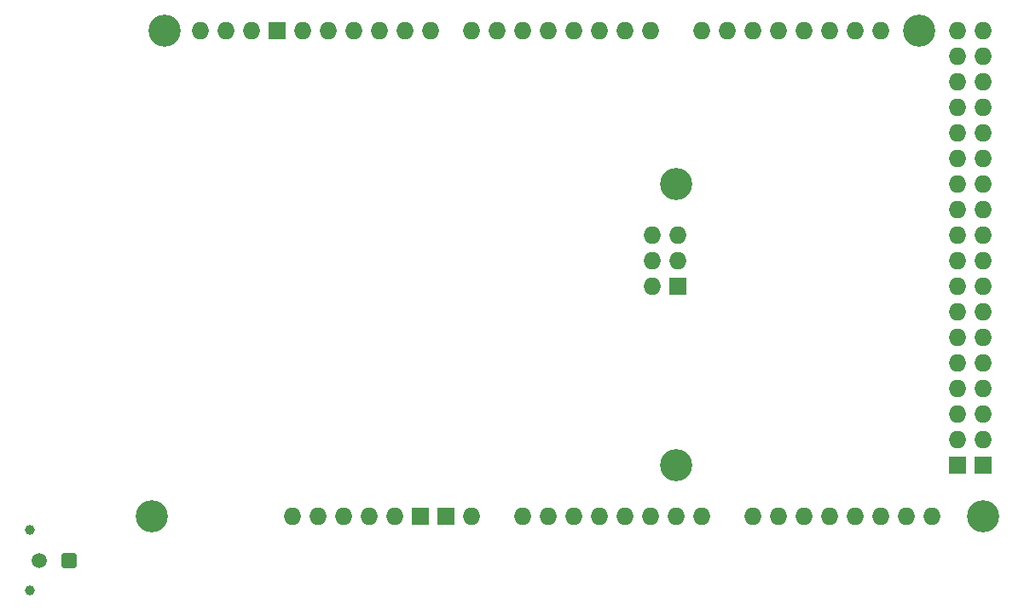
<source format=gbs>
%TF.GenerationSoftware,KiCad,Pcbnew,7.0.7*%
%TF.CreationDate,2024-02-25T13:02:43-05:00*%
%TF.ProjectId,Rover Voltage Sense,526f7665-7220-4566-9f6c-746167652053,rev?*%
%TF.SameCoordinates,Original*%
%TF.FileFunction,Soldermask,Bot*%
%TF.FilePolarity,Negative*%
%FSLAX46Y46*%
G04 Gerber Fmt 4.6, Leading zero omitted, Abs format (unit mm)*
G04 Created by KiCad (PCBNEW 7.0.7) date 2024-02-25 13:02:43*
%MOMM*%
%LPD*%
G01*
G04 APERTURE LIST*
G04 Aperture macros list*
%AMRoundRect*
0 Rectangle with rounded corners*
0 $1 Rounding radius*
0 $2 $3 $4 $5 $6 $7 $8 $9 X,Y pos of 4 corners*
0 Add a 4 corners polygon primitive as box body*
4,1,4,$2,$3,$4,$5,$6,$7,$8,$9,$2,$3,0*
0 Add four circle primitives for the rounded corners*
1,1,$1+$1,$2,$3*
1,1,$1+$1,$4,$5*
1,1,$1+$1,$6,$7*
1,1,$1+$1,$8,$9*
0 Add four rect primitives between the rounded corners*
20,1,$1+$1,$2,$3,$4,$5,0*
20,1,$1+$1,$4,$5,$6,$7,0*
20,1,$1+$1,$6,$7,$8,$9,0*
20,1,$1+$1,$8,$9,$2,$3,0*%
G04 Aperture macros list end*
%ADD10C,3.200000*%
%ADD11O,1.727200X1.727200*%
%ADD12R,1.727200X1.727200*%
%ADD13C,1.000000*%
%ADD14RoundRect,0.250001X-0.499999X0.499999X-0.499999X-0.499999X0.499999X-0.499999X0.499999X0.499999X0*%
%ADD15C,1.500000*%
G04 APERTURE END LIST*
D10*
%TO.C,A1*%
X46990000Y-76200000D03*
X48260000Y-27940000D03*
D11*
X60960000Y-76200000D03*
D10*
X99060000Y-43180000D03*
X99060000Y-71120000D03*
X123190000Y-27940000D03*
X129540000Y-76200000D03*
D11*
X68580000Y-76200000D03*
X71120000Y-76200000D03*
X99187000Y-48260000D03*
X127000000Y-27940000D03*
X129540000Y-27940000D03*
X83820000Y-76200000D03*
X86360000Y-76200000D03*
X88900000Y-76200000D03*
X91440000Y-76200000D03*
X93980000Y-76200000D03*
X96520000Y-76200000D03*
X99060000Y-76200000D03*
X101600000Y-76200000D03*
X106680000Y-76200000D03*
X109220000Y-76200000D03*
X111760000Y-76200000D03*
X114300000Y-76200000D03*
X116840000Y-76200000D03*
X119380000Y-76200000D03*
X121920000Y-76200000D03*
X124460000Y-76200000D03*
X56896000Y-27940000D03*
X96520000Y-27940000D03*
X93980000Y-27940000D03*
X91440000Y-27940000D03*
X88900000Y-27940000D03*
X86360000Y-27940000D03*
X83820000Y-27940000D03*
X81280000Y-27940000D03*
X78740000Y-27940000D03*
X74676000Y-27940000D03*
X72136000Y-27940000D03*
X69596000Y-27940000D03*
X67056000Y-27940000D03*
X64516000Y-27940000D03*
X61976000Y-27940000D03*
X101600000Y-27940000D03*
X104140000Y-27940000D03*
X106680000Y-27940000D03*
X109220000Y-27940000D03*
X111760000Y-27940000D03*
X114300000Y-27940000D03*
X116840000Y-27940000D03*
X119380000Y-27940000D03*
X127000000Y-30480000D03*
X129540000Y-30480000D03*
X127000000Y-33020000D03*
X129540000Y-33020000D03*
X127000000Y-35560000D03*
X129540000Y-35560000D03*
X127000000Y-38100000D03*
X129540000Y-38100000D03*
X127000000Y-40640000D03*
X129540000Y-40640000D03*
X127000000Y-43180000D03*
X129540000Y-43180000D03*
X127000000Y-45720000D03*
X129540000Y-45720000D03*
X127000000Y-48260000D03*
X129540000Y-48260000D03*
X127000000Y-50800000D03*
X129540000Y-50800000D03*
X127000000Y-53340000D03*
X129540000Y-53340000D03*
X127000000Y-55880000D03*
X129540000Y-55880000D03*
X127000000Y-58420000D03*
X129540000Y-58420000D03*
X127000000Y-60960000D03*
X129540000Y-60960000D03*
X127000000Y-63500000D03*
X129540000Y-63500000D03*
X127000000Y-66040000D03*
X129540000Y-66040000D03*
X127000000Y-68580000D03*
X129540000Y-68580000D03*
D12*
X59436000Y-27940000D03*
X73660000Y-76200000D03*
X76200000Y-76200000D03*
X99187000Y-53340000D03*
X127000000Y-71120000D03*
X129540000Y-71120000D03*
D11*
X63500000Y-76200000D03*
X96647000Y-48260000D03*
X99187000Y-50800000D03*
X66040000Y-76200000D03*
X96647000Y-53340000D03*
X96647000Y-50800000D03*
X51816000Y-27940000D03*
X54356000Y-27940000D03*
X78740000Y-76200000D03*
%TD*%
D13*
%TO.C,J23*%
X34800000Y-77600000D03*
X34800000Y-83600000D03*
D14*
X38740000Y-80600000D03*
D15*
X35740000Y-80600000D03*
%TD*%
M02*

</source>
